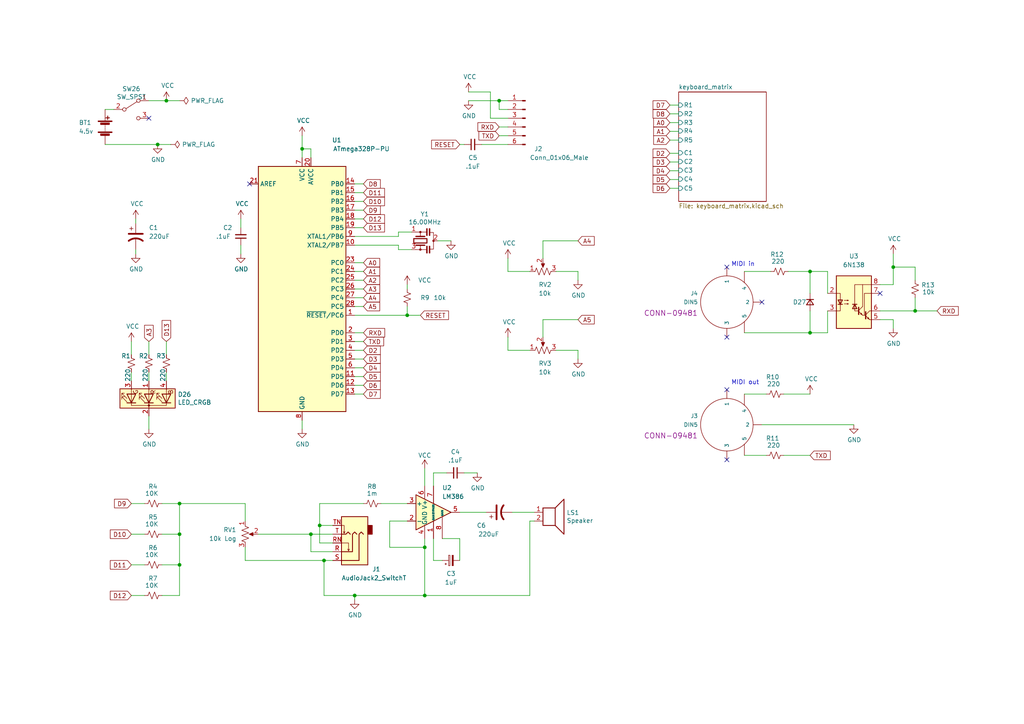
<source format=kicad_sch>
(kicad_sch (version 20250114) (generator "eeschema") (generator_version "9.0")
  (paper "A4")
  (title_block (title "SCOUT") (date "2022-03-20") (rev "2 proof A"))
  (lib_symbols
    (symbol "Amplifier_Audio:LM386" (pin_names (offset 0.127))
      (property "Reference" "U" (at 1.27 7.62 0))
      (property "Value" "LM386" (at 1.27 5.08 0))
      (symbol "LM386_0_1"
        (polyline (pts (xy 5.08 0) (xy -5.08 5.08) (xy -5.08 -5.08) (xy 5.08 0)) (stroke (width 0.254)) (fill (type background)))
      )
      (symbol "LM386_1_1"
        (pin input line (at -7.62 2.54 0) (length 2.54) (name "+") (number "3"))
        (pin input line (at -7.62 -2.54 0) (length 2.54) (name "-") (number "2"))
        (pin power_in line (at -2.54 7.62 270) (length 3.81) (name "V+") (number "6"))
        (pin power_in line (at -2.54 -7.62 90) (length 3.81) (name "GND") (number "4"))
        (pin input line (at 0 7.62 270) (length 5.08) (name "BYPASS") (number "7"))
        (pin input line (at 0 -7.62 90) (length 5.08) (name "GAIN") (number "1"))
        (pin input line (at 2.54 -7.62 90) (length 6.35) (name "GAIN") (number "8"))
        (pin output line (at 7.62 0 180) (length 2.54) (name "~") (number "5"))
      )
    )
    (symbol "Connector:AudioJack3_SwitchTR"
      (property "Reference" "J" (at 0 8.89 0))
      (property "Value" "AudioJack3_SwitchTR" (at 0 6.35 0))
      (symbol "AudioJack3_SwitchTR_0_1"
        (rectangle (start -5.08 -5.08) (end -6.35 -7.62) (stroke (width 0.254)) (fill (type outline)))
        (polyline (pts (xy -1.905 -5.08) (xy -1.27 -5.715) (xy -0.635 -5.08) (xy -0.635 0) (xy 2.54 0)) (stroke (width 0.254)))
        (polyline (pts (xy 0 -5.08) (xy 0.635 -5.715) (xy 1.27 -5.08) (xy 2.54 -5.08)) (stroke (width 0.254)))
        (polyline (pts (xy 0.508 -0.254) (xy 0.762 -0.762)))
        (polyline (pts (xy 1.778 -5.334) (xy 2.032 -5.842)))
        (rectangle (start 2.54 3.81) (end -5.08 -10.16) (stroke (width 0.254)) (fill (type background)))
        (polyline (pts (xy 2.54 2.54) (xy -2.54 2.54) (xy -2.54 -5.08) (xy -3.175 -5.715) (xy -3.81 -5.08)) (stroke (width 0.254)))
        (polyline (pts (xy 2.54 -2.54) (xy 0.508 -2.54) (xy 0.508 -0.254) (xy 0.254 -0.762)))
        (polyline (pts (xy 2.54 -7.62) (xy 1.778 -7.62) (xy 1.778 -5.334) (xy 1.524 -5.842)))
      )
      (symbol "AudioJack3_SwitchTR_1_1"
        (pin passive line (at 5.08 2.54 180) (length 2.54) (name "~") (number "S"))
        (pin passive line (at 5.08 0 180) (length 2.54) (name "~") (number "R"))
        (pin passive line (at 5.08 -2.54 180) (length 2.54) (name "~") (number "RN"))
        (pin passive line (at 5.08 -5.08 180) (length 2.54) (name "~") (number "T"))
        (pin passive line (at 5.08 -7.62 180) (length 2.54) (name "~") (number "TN"))
      )
    )
    (symbol "Connector:Conn_01x06_Male" (pin_names (offset 1.016) (hide yes))
      (property "Reference" "J" (at 0 7.62 0))
      (property "Value" "Conn_01x06_Male" (at 0 -10.16 0))
      (symbol "Conn_01x06_Male_1_1"
        (rectangle (start 0.8636 5.207) (end 0 4.953) (stroke (width 0.1524)) (fill (type outline)))
        (rectangle (start 0.8636 2.667) (end 0 2.413) (stroke (width 0.1524)) (fill (type outline)))
        (rectangle (start 0.8636 0.127) (end 0 -0.127) (stroke (width 0.1524)) (fill (type outline)))
        (rectangle (start 0.8636 -2.413) (end 0 -2.667) (stroke (width 0.1524)) (fill (type outline)))
        (rectangle (start 0.8636 -4.953) (end 0 -5.207) (stroke (width 0.1524)) (fill (type outline)))
        (rectangle (start 0.8636 -7.493) (end 0 -7.747) (stroke (width 0.1524)) (fill (type outline)))
        (polyline (pts (xy 1.27 5.08) (xy 0.8636 5.08)) (stroke (width 0.1524)))
        (polyline (pts (xy 1.27 2.54) (xy 0.8636 2.54)) (stroke (width 0.1524)))
        (polyline (pts (xy 1.27 0) (xy 0.8636 0)) (stroke (width 0.1524)))
        (polyline (pts (xy 1.27 -2.54) (xy 0.8636 -2.54)) (stroke (width 0.1524)))
        (polyline (pts (xy 1.27 -5.08) (xy 0.8636 -5.08)) (stroke (width 0.1524)))
        (polyline (pts (xy 1.27 -7.62) (xy 0.8636 -7.62)) (stroke (width 0.1524)))
        (pin passive line (at 5.08 5.08 180) (length 3.81) (name "Pin_1") (number "1"))
        (pin passive line (at 5.08 2.54 180) (length 3.81) (name "Pin_2") (number "2"))
        (pin passive line (at 5.08 0 180) (length 3.81) (name "Pin_3") (number "3"))
        (pin passive line (at 5.08 -2.54 180) (length 3.81) (name "Pin_4") (number "4"))
        (pin passive line (at 5.08 -5.08 180) (length 3.81) (name "Pin_5") (number "5"))
        (pin passive line (at 5.08 -7.62 180) (length 3.81) (name "Pin_6") (number "6"))
      )
    )
    (symbol "Device:Battery" (pin_numbers (hide yes)) (pin_names (offset 0) (hide yes))
      (property "Reference" "BT" (at 2.54 2.54 0))
      (property "Value" "Battery" (at 2.54 0 0))
      (symbol "Battery_0_1"
        (rectangle (start -2.032 1.778) (end 2.032 1.524) (fill (type outline)))
        (rectangle (start -2.032 -1.397) (end 2.032 -1.651) (fill (type outline)))
        (rectangle (start -1.3208 1.1938) (end 1.27 0.6858) (fill (type outline)))
        (rectangle (start -1.3208 -1.9812) (end 1.27 -2.4892) (fill (type outline)))
        (polyline (pts (xy 0 1.778) (xy 0 2.54)))
        (polyline (pts (xy 0 0.508) (xy 0 0.762)))
        (polyline (pts (xy 0 0) (xy 0 0.254)))
        (polyline (pts (xy 0 -0.508) (xy 0 -0.254)))
        (polyline (pts (xy 0 -1.016) (xy 0 -0.762)))
        (polyline (pts (xy 0 -1.524) (xy 0 -1.27)))
        (polyline (pts (xy 0.254 2.667) (xy 1.27 2.667)) (stroke (width 0.254)))
        (polyline (pts (xy 0.762 3.175) (xy 0.762 2.159)) (stroke (width 0.254)))
      )
      (symbol "Battery_1_1"
        (pin passive line (at 0 5.08 270) (length 2.54) (name "+") (number "1"))
        (pin passive line (at 0 -5.08 90) (length 2.54) (name "-") (number "2"))
      )
    )
    (symbol "Device:CP1" (pin_numbers (hide yes)) (pin_names (offset 0.254) (hide yes))
      (property "Reference" "C" (at 0.635 2.54 0))
      (property "Value" "Device_CP1" (at 0.635 -2.54 0))
      (symbol "CP1_0_1"
        (polyline (pts (xy -2.032 0.762) (xy 2.032 0.762)) (stroke (width 0.508)))
        (polyline (pts (xy -1.778 2.286) (xy -0.762 2.286)))
        (polyline (pts (xy -1.27 1.778) (xy -1.27 2.794)))
        (arc (start -2.032 -1.27) (mid 0 -0.5572) (end 2.032 -1.27) (stroke (width 0.508)))
      )
      (symbol "CP1_1_1"
        (pin passive line (at 0 3.81 270) (length 2.794) (name "~") (number "1"))
        (pin passive line (at 0 -3.81 90) (length 3.302) (name "~") (number "2"))
      )
    )
    (symbol "Device:CP_Small" (pin_numbers (hide yes)) (pin_names (offset 0.254) (hide yes))
      (property "Reference" "C" (at 0.254 1.778 0))
      (property "Value" "Device_CP_Small" (at 0.254 -2.032 0))
      (symbol "CP_Small_0_1"
        (rectangle (start -1.524 0.6858) (end 1.524 0.3048))
        (rectangle (start -1.524 -0.3048) (end 1.524 -0.6858) (fill (type outline)))
        (polyline (pts (xy -1.27 1.524) (xy -0.762 1.524)))
        (polyline (pts (xy -1.016 1.27) (xy -1.016 1.778)))
      )
      (symbol "CP_Small_1_1"
        (pin passive line (at 0 2.54 270) (length 1.8542) (name "~") (number "1"))
        (pin passive line (at 0 -2.54 90) (length 1.8542) (name "~") (number "2"))
      )
    )
    (symbol "Device:C_Small" (pin_numbers (hide yes)) (pin_names (offset 0.254) (hide yes))
      (property "Reference" "C" (at 0.254 1.778 0))
      (property "Value" "C_Small" (at 0.254 -2.032 0))
      (symbol "C_Small_0_1"
        (polyline (pts (xy -1.524 0.508) (xy 1.524 0.508)) (stroke (width 0.3048)))
        (polyline (pts (xy -1.524 -0.508) (xy 1.524 -0.508)) (stroke (width 0.3302)))
      )
      (symbol "C_Small_1_1"
        (pin passive line (at 0 2.54 270) (length 2.032) (name "~") (number "1"))
        (pin passive line (at 0 -2.54 90) (length 2.032) (name "~") (number "2"))
      )
    )
    (symbol "Device:D_Small" (pin_numbers (hide yes)) (pin_names (offset 0.254) (hide yes))
      (property "Reference" "D" (at -1.27 2.032 0))
      (property "Value" "D_Small" (at -3.81 -2.032 0))
      (symbol "D_Small_0_1"
        (polyline (pts (xy -0.762 0) (xy 0.762 0)))
        (polyline (pts (xy -0.762 -1.016) (xy -0.762 1.016)) (stroke (width 0.254)))
        (polyline (pts (xy 0.762 -1.016) (xy -0.762 0) (xy 0.762 1.016) (xy 0.762 -1.016)) (stroke (width 0.254)))
      )
      (symbol "D_Small_1_1"
        (pin passive line (at -2.54 0 0) (length 1.778) (name "K") (number "1"))
        (pin passive line (at 2.54 0 180) (length 1.778) (name "A") (number "2"))
      )
    )
    (symbol "Device:LED_CRGB" (pin_names (offset 0) (hide yes))
      (property "Reference" "D" (at 0 9.398 0))
      (property "Value" "Device_LED_CRGB" (at 0 -8.89 0))
      (symbol "LED_CRGB_0_0"
        (text "G" (at 1.905 3.81 0) (effects (font (size 1.27 1.27))))
        (text "R" (at 1.905 -1.27 0) (effects (font (size 1.27 1.27))))
        (text "B" (at 1.905 -6.35 0) (effects (font (size 1.27 1.27))))
      )
      (symbol "LED_CRGB_0_1"
        (circle (center -2.032 0) (radius 0.254) (fill (type outline)))
        (polyline (pts (xy -1.27 6.35) (xy -1.27 3.81)) (stroke (width 0.254)))
        (polyline (pts (xy -1.27 6.35) (xy -1.27 3.81) (xy -1.27 3.81)))
        (polyline (pts (xy -1.27 5.08) (xy 1.27 5.08)))
        (polyline (pts (xy -1.27 5.08) (xy -2.032 5.08) (xy -2.032 -5.08) (xy -1.016 -5.08)))
        (polyline (pts (xy -1.27 1.27) (xy -1.27 -1.27)) (stroke (width 0.254)))
        (polyline (pts (xy -1.27 1.27) (xy -1.27 -1.27) (xy -1.27 -1.27)))
        (polyline (pts (xy -1.27 0) (xy -2.54 0)))
        (polyline (pts (xy -1.27 -3.81) (xy -1.27 -6.35)) (stroke (width 0.254)))
        (polyline (pts (xy -1.27 -5.08) (xy 1.27 -5.08)))
        (polyline (pts (xy -1.016 6.35) (xy 0.508 7.874) (xy -0.254 7.874) (xy 0.508 7.874) (xy 0.508 7.112)))
        (polyline (pts (xy -1.016 1.27) (xy 0.508 2.794) (xy -0.254 2.794) (xy 0.508 2.794) (xy 0.508 2.032)))
        (polyline (pts (xy -1.016 -3.81) (xy 0.508 -2.286) (xy -0.254 -2.286) (xy 0.508 -2.286) (xy 0.508 -3.048)))
        (polyline (pts (xy 0 6.35) (xy 1.524 7.874) (xy 0.762 7.874) (xy 1.524 7.874) (xy 1.524 7.112)))
        (polyline (pts (xy 0 1.27) (xy 1.524 2.794) (xy 0.762 2.794) (xy 1.524 2.794) (xy 1.524 2.032)))
        (polyline (pts (xy 0 -3.81) (xy 1.524 -2.286) (xy 0.762 -2.286) (xy 1.524 -2.286) (xy 1.524 -3.048)))
        (polyline (pts (xy 1.27 6.35) (xy 1.27 3.81) (xy -1.27 5.08) (xy 1.27 6.35)) (stroke (width 0.254)))
        (rectangle (start 1.27 6.35) (end 1.27 6.35))
        (polyline (pts (xy 1.27 5.08) (xy 2.54 5.08)))
        (rectangle (start 1.27 3.81) (end 1.27 6.35))
        (polyline (pts (xy 1.27 1.27) (xy 1.27 -1.27) (xy -1.27 0) (xy 1.27 1.27)) (stroke (width 0.254)))
        (rectangle (start 1.27 1.27) (end 1.27 1.27))
        (polyline (pts (xy 1.27 0) (xy -1.27 0)))
        (polyline (pts (xy 1.27 0) (xy 2.54 0)))
        (rectangle (start 1.27 -1.27) (end 1.27 1.27))
        (polyline (pts (xy 1.27 -3.81) (xy 1.27 -6.35) (xy -1.27 -5.08) (xy 1.27 -3.81)) (stroke (width 0.254)))
        (polyline (pts (xy 1.27 -5.08) (xy 2.54 -5.08)))
        (rectangle (start 2.794 8.382) (end -2.794 -7.62) (stroke (width 0.254)) (fill (type background)))
      )
      (symbol "LED_CRGB_1_1"
        (pin passive line (at -5.08 0 0) (length 2.54) (name "K") (number "2"))
        (pin passive line (at 5.08 5.08 180) (length 2.54) (name "RA") (number "3"))
        (pin passive line (at 5.08 0 180) (length 2.54) (name "GA") (number "1"))
        (pin passive line (at 5.08 -5.08 180) (length 2.54) (name "BA") (number "4"))
      )
    )
    (symbol "Device:R_POT_US" (pin_names (offset 1.016) (hide yes))
      (property "Reference" "RV" (at -4.445 0 90))
      (property "Value" "Device_R_POT_US" (at -2.54 0 90))
      (symbol "R_POT_US_0_1"
        (polyline (pts (xy 0 2.54) (xy 0 2.286)))
        (polyline (pts (xy 0 2.286) (xy 1.016 1.905) (xy 0 1.524) (xy -1.016 1.143) (xy 0 0.762)))
        (polyline (pts (xy 0 0.762) (xy 1.016 0.381) (xy 0 0) (xy -1.016 -0.381) (xy 0 -0.762)))
        (polyline (pts (xy 0 -0.762) (xy 1.016 -1.143) (xy 0 -1.524) (xy -1.016 -1.905) (xy 0 -2.286)))
        (polyline (pts (xy 0 -2.286) (xy 0 -2.54)))
        (polyline (pts (xy 1.143 0) (xy 2.286 0.508) (xy 2.286 -0.508) (xy 1.143 0)) (fill (type outline)))
        (polyline (pts (xy 2.54 0) (xy 1.524 0)))
      )
      (symbol "R_POT_US_1_1"
        (pin passive line (at 0 3.81 270) (length 1.27) (name "1") (number "1"))
        (pin passive line (at 0 -3.81 90) (length 1.27) (name "3") (number "3"))
        (pin passive line (at 3.81 0 180) (length 1.27) (name "2") (number "2"))
      )
    )
    (symbol "Device:R_Small_US" (pin_numbers (hide yes)) (pin_names (offset 0.254) (hide yes))
      (property "Reference" "R" (at 0.762 0.508 0))
      (property "Value" "R_Small_US" (at 0.762 -1.016 0))
      (symbol "R_Small_US_1_1"
        (polyline (pts (xy 0 1.524) (xy 1.016 1.143) (xy 0 0.762) (xy -1.016 0.381) (xy 0 0)))
        (polyline (pts (xy 0 0) (xy 1.016 -0.381) (xy 0 -0.762) (xy -1.016 -1.143) (xy 0 -1.524)))
        (pin passive line (at 0 2.54 270) (length 1.016) (name "~") (number "1"))
        (pin passive line (at 0 -2.54 90) (length 1.016) (name "~") (number "2"))
      )
    )
    (symbol "Device:Resonator_Small" (pin_names (offset 1.016) (hide yes))
      (property "Reference" "Y" (at 3.175 1.905 0))
      (property "Value" "Resonator_Small" (at 3.175 0 0))
      (symbol "Resonator_Small_0_1"
        (rectangle (start -3.556 -1.778) (end -1.524 -2.032) (fill (type outline)))
        (rectangle (start -3.556 -2.54) (end -1.524 -2.794) (fill (type outline)))
        (polyline (pts (xy -2.54 1.27) (xy -2.54 0)))
        (circle (center -2.54 0) (radius 0.254) (fill (type outline)))
        (polyline (pts (xy -2.54 0) (xy -1.397 0)))
        (polyline (pts (xy -2.54 -1.778) (xy -2.54 0)))
        (polyline (pts (xy -1.27 -1.27) (xy -1.27 1.27)) (stroke (width 0.381)))
        (rectangle (start -0.635 1.905) (end 0.635 -1.905) (stroke (width 0.3048)))
        (circle (center 0 -3.81) (radius 0.254) (fill (type outline)))
        (polyline (pts (xy 1.27 0) (xy 2.54 0)))
        (polyline (pts (xy 1.27 -1.27) (xy 1.27 1.27)) (stroke (width 0.381)))
        (rectangle (start 1.524 -1.778) (end 3.556 -2.032) (fill (type outline)))
        (rectangle (start 1.524 -2.54) (end 3.556 -2.794) (fill (type outline)))
        (polyline (pts (xy 2.413 -2.794) (xy 2.413 -3.81) (xy -2.413 -3.81) (xy -2.413 -2.667)))
        (polyline (pts (xy 2.54 1.27) (xy 2.54 0)))
        (polyline (pts (xy 2.54 0) (xy 2.54 -1.778)))
        (circle (center 2.54 0) (radius 0.254) (fill (type outline)))
      )
      (symbol "Resonator_Small_1_1"
        (pin passive line (at -2.54 2.54 270) (length 1.27) (name "1") (number "1"))
        (pin passive line (at 0 -5.08 90) (length 1.27) (name "2") (number "2"))
        (pin passive line (at 2.54 2.54 270) (length 1.27) (name "3") (number "3"))
      )
    )
    (symbol "Device:Speaker" (pin_names (offset 0) (hide yes))
      (property "Reference" "LS" (at 1.27 5.715 0))
      (property "Value" "Speaker" (at 1.27 3.81 0))
      (symbol "Speaker_0_0"
        (rectangle (start -2.54 1.27) (end 1.016 -3.81) (stroke (width 0.254)))
        (polyline (pts (xy 1.016 1.27) (xy 3.556 3.81) (xy 3.556 -6.35) (xy 1.016 -3.81)) (stroke (width 0.254)))
      )
      (symbol "Speaker_1_1"
        (pin input line (at -5.08 0 0) (length 2.54) (name "1") (number "1"))
        (pin input line (at -5.08 -2.54 0) (length 2.54) (name "2") (number "2"))
      )
    )
    (symbol "Isolator:6N138" (pin_names (offset 1.016) (hide yes))
      (property "Reference" "U" (at -4.064 8.89 0))
      (property "Value" "6N138" (at 2.286 8.89 0))
      (symbol "6N138_0_1"
        (rectangle (start -5.08 7.62) (end 5.08 -7.62) (stroke (width 0.254)) (fill (type background)))
        (polyline (pts (xy -5.08 -2.54) (xy -3.937 -2.54) (xy -3.937 2.54) (xy -5.08 2.54)))
        (polyline (pts (xy -4.572 -0.635) (xy -3.302 -0.635)) (stroke (width 0.254)))
        (polyline (pts (xy -3.937 -0.635) (xy -4.572 0.635) (xy -3.302 0.635) (xy -3.937 -0.635)) (stroke (width 0.254)))
        (polyline (pts (xy -2.794 0.508) (xy -1.524 0.508) (xy -1.905 0.381) (xy -1.905 0.635) (xy -1.524 0.508)))
        (polyline (pts (xy -2.794 -0.508) (xy -1.524 -0.508) (xy -1.905 -0.635) (xy -1.905 -0.381) (xy -1.524 -0.508)))
        (polyline (pts (xy 0.254 -0.635) (xy 0.889 -1.905) (xy -0.381 -1.905) (xy 0.254 -0.635)) (stroke (width 0.254)))
        (polyline (pts (xy 0.889 -0.635) (xy -0.381 -0.635)) (stroke (width 0.254)))
        (polyline (pts (xy 1.27 -2.54) (xy 0.254 -2.54) (xy 0.254 5.08) (xy 2.54 5.08)))
        (polyline (pts (xy 1.397 -1.524) (xy 1.397 -3.556) (xy 1.397 -3.556)) (stroke (width 0.3556)))
        (polyline (pts (xy 1.397 -2.413) (xy 2.54 -1.27)))
        (polyline (pts (xy 1.397 -2.667) (xy 2.54 -3.81)))
        (polyline (pts (xy 2.413 -3.683) (xy 2.159 -3.175) (xy 1.905 -3.429) (xy 2.413 -3.683)))
        (polyline (pts (xy 2.54 -1.27) (xy 2.54 5.08) (xy 5.08 5.08)))
        (polyline (pts (xy 2.54 -3.81) (xy 3.175 -3.81)))
        (polyline (pts (xy 3.429 -2.794) (xy 3.429 -4.826) (xy 3.429 -4.826)) (stroke (width 0.3556)))
        (polyline (pts (xy 3.429 -3.683) (xy 4.572 -2.54)))
        (polyline (pts (xy 3.429 -3.937) (xy 4.572 -5.08)))
        (polyline (pts (xy 4.445 -4.953) (xy 4.191 -4.445) (xy 3.937 -4.699) (xy 4.445 -4.953)))
        (polyline (pts (xy 4.572 -2.54) (xy 5.08 -2.54)))
        (polyline (pts (xy 4.572 -5.08) (xy 5.08 -5.08)))
        (polyline (pts (xy 5.08 2.54) (xy 3.048 2.54) (xy 3.048 -3.81)))
      )
      (symbol "6N138_1_1"
        (pin passive line (at -7.62 2.54 0) (length 2.54) (name "C1") (number "2"))
        (pin passive line (at -7.62 -2.54 0) (length 2.54) (name "C2") (number "3"))
        (pin no_connect line (at -5.08 5.08 0) (length 2.54) (hide yes) (name "NC") (number "1"))
        (pin no_connect line (at -5.08 -5.08 0) (length 2.54) (hide yes) (name "NC") (number "4"))
        (pin passive line (at 7.62 5.08 180) (length 2.54) (name "VCC") (number "8"))
        (pin passive line (at 7.62 2.54 180) (length 2.54) (name "VO1") (number "7"))
        (pin passive line (at 7.62 -2.54 180) (length 2.54) (name "VO2") (number "6"))
        (pin passive line (at 7.62 -5.08 180) (length 2.54) (name "GND") (number "5"))
      )
    )
    (symbol "MCU_Microchip_ATmega:ATmega328P-PU"
      (property "Reference" "U" (at -12.7 36.83 0))
      (property "Value" "MCU_Microchip_ATmega_ATmega328P-PU" (at 2.54 -36.83 0))
      (symbol "ATmega328P-PU_0_1"
        (rectangle (start -12.7 -35.56) (end 12.7 35.56) (stroke (width 0.254)) (fill (type background)))
      )
      (symbol "ATmega328P-PU_1_1"
        (pin passive line (at -15.24 30.48 0) (length 2.54) (name "AREF") (number "21"))
        (pin power_in line (at 0 38.1 270) (length 2.54) (name "VCC") (number "7"))
        (pin passive line (at 0 -38.1 90) (length 2.54) (hide yes) (name "GND") (number "22"))
        (pin power_in line (at 0 -38.1 90) (length 2.54) (name "GND") (number "8"))
        (pin power_in line (at 2.54 38.1 270) (length 2.54) (name "AVCC") (number "20"))
        (pin bidirectional line (at 15.24 30.48 180) (length 2.54) (name "PB0") (number "14"))
        (pin bidirectional line (at 15.24 27.94 180) (length 2.54) (name "PB1") (number "15"))
        (pin bidirectional line (at 15.24 25.4 180) (length 2.54) (name "PB2") (number "16"))
        (pin bidirectional line (at 15.24 22.86 180) (length 2.54) (name "PB3") (number "17"))
        (pin bidirectional line (at 15.24 20.32 180) (length 2.54) (name "PB4") (number "18"))
        (pin bidirectional line (at 15.24 17.78 180) (length 2.54) (name "PB5") (number "19"))
        (pin bidirectional line (at 15.24 15.24 180) (length 2.54) (name "XTAL1/PB6") (number "9"))
        (pin bidirectional line (at 15.24 12.7 180) (length 2.54) (name "XTAL2/PB7") (number "10"))
        (pin bidirectional line (at 15.24 7.62 180) (length 2.54) (name "PC0") (number "23"))
        (pin bidirectional line (at 15.24 5.08 180) (length 2.54) (name "PC1") (number "24"))
        (pin bidirectional line (at 15.24 2.54 180) (length 2.54) (name "PC2") (number "25"))
        (pin bidirectional line (at 15.24 0 180) (length 2.54) (name "PC3") (number "26"))
        (pin bidirectional line (at 15.24 -2.54 180) (length 2.54) (name "PC4") (number "27"))
        (pin bidirectional line (at 15.24 -5.08 180) (length 2.54) (name "PC5") (number "28"))
        (pin bidirectional line (at 15.24 -7.62 180) (length 2.54) (name "~{RESET}/PC6") (number "1"))
        (pin bidirectional line (at 15.24 -12.7 180) (length 2.54) (name "PD0") (number "2"))
        (pin bidirectional line (at 15.24 -15.24 180) (length 2.54) (name "PD1") (number "3"))
        (pin bidirectional line (at 15.24 -17.78 180) (length 2.54) (name "PD2") (number "4"))
        (pin bidirectional line (at 15.24 -20.32 180) (length 2.54) (name "PD3") (number "5"))
        (pin bidirectional line (at 15.24 -22.86 180) (length 2.54) (name "PD4") (number "6"))
        (pin bidirectional line (at 15.24 -25.4 180) (length 2.54) (name "PD5") (number "11"))
        (pin bidirectional line (at 15.24 -27.94 180) (length 2.54) (name "PD6") (number "12"))
        (pin bidirectional line (at 15.24 -30.48 180) (length 2.54) (name "PD7") (number "13"))
      )
    )
    (symbol "SparkFun-Connectors:DIN5" (pin_numbers (hide yes)) (pin_names (offset 1.016))
      (property "Reference" "J" (at 1.27 8.89 0))
      (property "Value" "DIN5" (at 1.27 -10.16 0))
      (property "Field4" "CONN-09481" (at 0 13.97 0))
      (symbol "DIN5_1_1"
        (circle (center 0 0) (radius 7.62))
        (pin bidirectional line (at -10.16 0 0) (length 2.54) (name "3") (number "3"))
        (pin bidirectional line (at -8.89 5.08 0) (length 3.2512) (name "5") (number "5"))
        (pin bidirectional line (at 0 10.16 270) (length 2.54) (name "2") (number "2"))
        (pin bidirectional line (at 8.89 5.08 180) (length 3.2512) (name "4") (number "4"))
        (pin bidirectional line (at 10.16 0 180) (length 2.54) (name "1") (number "1"))
      )
    )
    (symbol "Switch:SW_SPDT" (pin_names (offset 0) (hide yes))
      (property "Reference" "SW" (at 0 4.318 0))
      (property "Value" "SW_SPDT" (at 0 -5.08 0))
      (symbol "SW_SPDT_0_0"
        (circle (center -2.032 0) (radius 0.508))
        (circle (center 2.032 -2.54) (radius 0.508))
      )
      (symbol "SW_SPDT_0_1"
        (polyline (pts (xy -1.524 0.254) (xy 1.651 2.286)))
        (circle (center 2.032 2.54) (radius 0.508))
      )
      (symbol "SW_SPDT_1_1"
        (pin passive line (at -5.08 0 0) (length 2.54) (name "B") (number "2"))
        (pin passive line (at 5.08 2.54 180) (length 2.54) (name "A") (number "1"))
        (pin passive line (at 5.08 -2.54 180) (length 2.54) (name "C") (number "3"))
      )
    )
    (symbol "power:GND" (power) (pin_names (offset 0))
      (property "Value" "GND" (at 0 -3.81 0))
      (symbol "GND_0_1"
        (polyline (pts (xy 0 0) (xy 0 -1.27) (xy 1.27 -1.27) (xy 0 -2.54) (xy -1.27 -1.27) (xy 0 -1.27)))
      )
      (symbol "GND_1_1"
        (pin power_in line (at 0 0 270) (length 0) (hide yes) (name "GND") (number "1"))
      )
    )
    (symbol "power:PWR_FLAG" (power) (pin_numbers (hide yes)) (pin_names (offset 0) (hide yes))
      (property "Value" "PWR_FLAG" (at 0 3.81 0))
      (symbol "PWR_FLAG_0_0"
        (pin power_out line (at 0 0 90) (length 0) (name "pwr") (number "1"))
      )
      (symbol "PWR_FLAG_0_1"
        (polyline (pts (xy 0 0) (xy 0 1.27) (xy -1.016 1.905) (xy 0 2.54) (xy 1.016 1.905) (xy 0 1.27)))
      )
    )
    (symbol "power:VCC" (power) (pin_names (offset 0))
      (property "Value" "VCC" (at 0 3.81 0))
      (symbol "VCC_0_1"
        (polyline (pts (xy -0.762 1.27) (xy 0 2.54)))
        (polyline (pts (xy 0 2.54) (xy 0.762 1.27)))
        (polyline (pts (xy 0 0) (xy 0 2.54)))
      )
      (symbol "VCC_1_1"
        (pin power_in line (at 0 0 90) (length 0) (hide yes) (name "VCC") (number "1"))
      )
    )
  )
  (text "MIDI in" (at 212.09 77.47 0) (effects (font (size 1.27 1.27)) (justify left bottom)))
  (text "MIDI out" (at 212.09 111.76 0) (effects (font (size 1.27 1.27)) (justify left bottom)))
  (junction (at 92.71 152.4))
  (junction (at 90.17 154.94))
  (junction (at 144.78 29.21))
  (junction (at 123.19 172.72))
  (junction (at 48.26 29.21))
  (junction (at 52.07 154.94))
  (junction (at 123.19 158.75))
  (junction (at 265.43 90.17))
  (junction (at 259.08 77.47))
  (junction (at 93.98 162.56))
  (junction (at 87.63 43.18))
  (junction (at 118.11 91.44))
  (junction (at 234.95 78.74))
  (junction (at 45.72 41.91))
  (junction (at 234.95 96.52))
  (junction (at 102.87 172.72))
  (junction (at 52.07 146.05))
  (junction (at 52.07 163.83))
  (no_connect (at 43.18 34.29))
  (no_connect (at 210.82 133.35))
  (no_connect (at 72.39 53.34))
  (no_connect (at 255.27 85.09))
  (no_connect (at 210.82 113.03))
  (no_connect (at 210.82 77.47))
  (no_connect (at 220.98 87.63))
  (no_connect (at 210.82 97.79))
  (wire (pts (xy 259.08 77.47) (xy 265.43 77.47)))
  (wire (pts (xy 105.41 83.82) (xy 102.87 83.82)))
  (wire (pts (xy 105.41 88.9) (xy 102.87 88.9)))
  (wire (pts (xy 92.71 157.48) (xy 92.71 152.4)))
  (wire (pts (xy 194.31 38.1) (xy 196.85 38.1)))
  (wire (pts (xy 52.07 163.83) (xy 52.07 172.72)))
  (wire (pts (xy 118.11 151.13) (xy 113.03 151.13)))
  (wire (pts (xy 96.52 162.56) (xy 93.98 162.56)))
  (wire (pts (xy 255.27 82.55) (xy 259.08 82.55)))
  (wire (pts (xy 227.33 132.08) (xy 234.95 132.08)))
  (wire (pts (xy 147.32 101.6) (xy 153.67 101.6)))
  (wire (pts (xy 38.1 154.94) (xy 41.91 154.94)))
  (wire (pts (xy 49.53 41.91) (xy 45.72 41.91)))
  (wire (pts (xy 39.37 72.39) (xy 39.37 73.66)))
  (wire (pts (xy 38.1 146.05) (xy 41.91 146.05)))
  (wire (pts (xy 153.67 151.13) (xy 153.67 172.72)))
  (wire (pts (xy 46.99 172.72) (xy 52.07 172.72)))
  (wire (pts (xy 125.73 162.56) (xy 125.73 156.21)))
  (wire (pts (xy 125.73 137.16) (xy 125.73 140.97)))
  (wire (pts (xy 167.64 69.85) (xy 157.48 69.85)))
  (wire (pts (xy 144.78 29.21) (xy 135.89 29.21)))
  (wire (pts (xy 134.62 137.16) (xy 138.43 137.16)))
  (wire (pts (xy 194.31 35.56) (xy 196.85 35.56)))
  (wire (pts (xy 161.29 78.74) (xy 167.64 78.74)))
  (wire (pts (xy 135.89 26.67) (xy 142.24 26.67)))
  (wire (pts (xy 133.35 156.21) (xy 133.35 162.56)))
  (wire (pts (xy 38.1 107.95) (xy 38.1 110.49)))
  (wire (pts (xy 234.95 78.74) (xy 234.95 85.09)))
  (wire (pts (xy 123.19 156.21) (xy 123.19 158.75)))
  (wire (pts (xy 102.87 53.34) (xy 105.41 53.34)))
  (wire (pts (xy 215.9 132.08) (xy 222.25 132.08)))
  (wire (pts (xy 265.43 77.47) (xy 265.43 81.28)))
  (wire (pts (xy 255.27 92.71) (xy 259.08 92.71)))
  (wire (pts (xy 96.52 152.4) (xy 92.71 152.4)))
  (wire (pts (xy 113.03 151.13) (xy 113.03 158.75)))
  (wire (pts (xy 46.99 146.05) (xy 52.07 146.05)))
  (wire (pts (xy 115.57 71.12) (xy 115.57 72.39)))
  (wire (pts (xy 118.11 91.44) (xy 121.92 91.44)))
  (wire (pts (xy 265.43 86.36) (xy 265.43 90.17)))
  (wire (pts (xy 215.9 96.52) (xy 234.95 96.52)))
  (wire (pts (xy 102.87 104.14) (xy 105.41 104.14)))
  (wire (pts (xy 48.26 99.06) (xy 48.26 102.87)))
  (wire (pts (xy 102.87 81.28) (xy 105.41 81.28)))
  (wire (pts (xy 105.41 66.04) (xy 102.87 66.04)))
  (wire (pts (xy 115.57 67.31) (xy 115.57 68.58)))
  (wire (pts (xy 87.63 43.18) (xy 87.63 45.72)))
  (wire (pts (xy 110.49 146.05) (xy 118.11 146.05)))
  (wire (pts (xy 33.02 31.75) (xy 30.48 31.75)))
  (wire (pts (xy 147.32 74.93) (xy 147.32 78.74)))
  (wire (pts (xy 154.94 151.13) (xy 153.67 151.13)))
  (wire (pts (xy 90.17 45.72) (xy 90.17 43.18)))
  (wire (pts (xy 259.08 92.71) (xy 259.08 95.25)))
  (wire (pts (xy 52.07 146.05) (xy 52.07 154.94)))
  (wire (pts (xy 234.95 78.74) (xy 240.03 78.74)))
  (wire (pts (xy 52.07 29.21) (xy 48.26 29.21)))
  (wire (pts (xy 128.27 162.56) (xy 125.73 162.56)))
  (wire (pts (xy 139.7 41.91) (xy 147.32 41.91)))
  (wire (pts (xy 194.31 30.48) (xy 196.85 30.48)))
  (wire (pts (xy 69.85 63.5) (xy 69.85 66.04)))
  (wire (pts (xy 69.85 71.12) (xy 69.85 73.66)))
  (wire (pts (xy 128.27 156.21) (xy 133.35 156.21)))
  (wire (pts (xy 102.87 60.96) (xy 105.41 60.96)))
  (wire (pts (xy 161.29 101.6) (xy 167.64 101.6)))
  (wire (pts (xy 102.87 86.36) (xy 105.41 86.36)))
  (wire (pts (xy 240.03 78.74) (xy 240.03 85.09)))
  (wire (pts (xy 129.54 137.16) (xy 125.73 137.16)))
  (wire (pts (xy 194.31 52.07) (xy 196.85 52.07)))
  (wire (pts (xy 71.12 158.75) (xy 71.12 162.56)))
  (wire (pts (xy 194.31 46.99) (xy 196.85 46.99)))
  (wire (pts (xy 157.48 69.85) (xy 157.48 74.93)))
  (wire (pts (xy 48.26 107.95) (xy 48.26 110.49)))
  (wire (pts (xy 142.24 34.29) (xy 142.24 26.67)))
  (wire (pts (xy 105.41 55.88) (xy 102.87 55.88)))
  (wire (pts (xy 265.43 90.17) (xy 271.78 90.17)))
  (wire (pts (xy 227.33 114.3) (xy 234.95 114.3)))
  (wire (pts (xy 153.67 172.72) (xy 123.19 172.72)))
  (wire (pts (xy 167.64 101.6) (xy 167.64 104.14)))
  (wire (pts (xy 167.64 92.71) (xy 157.48 92.71)))
  (wire (pts (xy 140.97 148.59) (xy 133.35 148.59)))
  (wire (pts (xy 102.87 71.12) (xy 115.57 71.12)))
  (wire (pts (xy 102.87 91.44) (xy 118.11 91.44)))
  (wire (pts (xy 43.18 120.65) (xy 43.18 124.46)))
  (wire (pts (xy 102.87 99.06) (xy 105.41 99.06)))
  (wire (pts (xy 144.78 31.75) (xy 144.78 29.21)))
  (wire (pts (xy 123.19 172.72) (xy 102.87 172.72)))
  (wire (pts (xy 144.78 36.83) (xy 147.32 36.83)))
  (wire (pts (xy 90.17 154.94) (xy 96.52 154.94)))
  (wire (pts (xy 194.31 33.02) (xy 196.85 33.02)))
  (wire (pts (xy 105.41 111.76) (xy 102.87 111.76)))
  (wire (pts (xy 90.17 160.02) (xy 90.17 154.94)))
  (wire (pts (xy 115.57 72.39) (xy 119.38 72.39)))
  (wire (pts (xy 234.95 96.52) (xy 240.03 96.52)))
  (wire (pts (xy 123.19 135.89) (xy 123.19 140.97)))
  (wire (pts (xy 147.32 97.79) (xy 147.32 101.6)))
  (wire (pts (xy 147.32 31.75) (xy 144.78 31.75)))
  (wire (pts (xy 93.98 172.72) (xy 102.87 172.72)))
  (wire (pts (xy 147.32 34.29) (xy 142.24 34.29)))
  (wire (pts (xy 92.71 146.05) (xy 105.41 146.05)))
  (wire (pts (xy 43.18 99.06) (xy 43.18 102.87)))
  (wire (pts (xy 102.87 96.52) (xy 105.41 96.52)))
  (wire (pts (xy 144.78 39.37) (xy 147.32 39.37)))
  (wire (pts (xy 255.27 90.17) (xy 265.43 90.17)))
  (wire (pts (xy 102.87 76.2) (xy 105.41 76.2)))
  (wire (pts (xy 102.87 109.22) (xy 105.41 109.22)))
  (wire (pts (xy 102.87 68.58) (xy 115.57 68.58)))
  (wire (pts (xy 102.87 172.72) (xy 102.87 173.99)))
  (wire (pts (xy 194.31 54.61) (xy 196.85 54.61)))
  (wire (pts (xy 147.32 78.74) (xy 153.67 78.74)))
  (wire (pts (xy 87.63 43.18) (xy 90.17 43.18)))
  (wire (pts (xy 157.48 92.71) (xy 157.48 97.79)))
  (wire (pts (xy 87.63 121.92) (xy 87.63 124.46)))
  (wire (pts (xy 102.87 58.42) (xy 105.41 58.42)))
  (wire (pts (xy 38.1 99.06) (xy 38.1 102.87)))
  (wire (pts (xy 39.37 63.5) (xy 39.37 64.77)))
  (wire (pts (xy 220.98 123.19) (xy 247.65 123.19)))
  (wire (pts (xy 96.52 157.48) (xy 92.71 157.48)))
  (wire (pts (xy 240.03 90.17) (xy 240.03 96.52)))
  (wire (pts (xy 102.87 114.3) (xy 105.41 114.3)))
  (wire (pts (xy 92.71 152.4) (xy 92.71 146.05)))
  (wire (pts (xy 259.08 77.47) (xy 259.08 73.66)))
  (wire (pts (xy 52.07 154.94) (xy 52.07 163.83)))
  (wire (pts (xy 46.99 163.83) (xy 52.07 163.83)))
  (wire (pts (xy 234.95 90.17) (xy 234.95 96.52)))
  (wire (pts (xy 194.31 49.53) (xy 196.85 49.53)))
  (wire (pts (xy 119.38 67.31) (xy 115.57 67.31)))
  (wire (pts (xy 194.31 40.64) (xy 196.85 40.64)))
  (wire (pts (xy 215.9 78.74) (xy 223.52 78.74)))
  (wire (pts (xy 228.6 78.74) (xy 234.95 78.74)))
  (wire (pts (xy 105.41 78.74) (xy 102.87 78.74)))
  (wire (pts (xy 46.99 154.94) (xy 52.07 154.94)))
  (wire (pts (xy 43.18 29.21) (xy 48.26 29.21)))
  (wire (pts (xy 71.12 146.05) (xy 71.12 151.13)))
  (wire (pts (xy 118.11 82.55) (xy 118.11 83.82)))
  (wire (pts (xy 105.41 101.6) (xy 102.87 101.6)))
  (wire (pts (xy 93.98 162.56) (xy 93.98 172.72)))
  (wire (pts (xy 147.32 29.21) (xy 144.78 29.21)))
  (wire (pts (xy 87.63 39.37) (xy 87.63 43.18)))
  (wire (pts (xy 105.41 63.5) (xy 102.87 63.5)))
  (wire (pts (xy 96.52 160.02) (xy 90.17 160.02)))
  (wire (pts (xy 215.9 114.3) (xy 222.25 114.3)))
  (wire (pts (xy 123.19 158.75) (xy 123.19 172.72)))
  (wire (pts (xy 45.72 41.91) (xy 30.48 41.91)))
  (wire (pts (xy 167.64 78.74) (xy 167.64 81.28)))
  (wire (pts (xy 38.1 163.83) (xy 41.91 163.83)))
  (wire (pts (xy 194.31 44.45) (xy 196.85 44.45)))
  (wire (pts (xy 113.03 158.75) (xy 123.19 158.75)))
  (wire (pts (xy 118.11 88.9) (xy 118.11 91.44)))
  (wire (pts (xy 259.08 82.55) (xy 259.08 77.47)))
  (wire (pts (xy 74.93 154.94) (xy 90.17 154.94)))
  (wire (pts (xy 93.98 162.56) (xy 71.12 162.56)))
  (wire (pts (xy 52.07 146.05) (xy 71.12 146.05)))
  (wire (pts (xy 148.59 148.59) (xy 154.94 148.59)))
  (wire (pts (xy 133.35 41.91) (xy 134.62 41.91)))
  (wire (pts (xy 38.1 172.72) (xy 41.91 172.72)))
  (wire (pts (xy 43.18 107.95) (xy 43.18 110.49)))
  (wire (pts (xy 105.41 106.68) (xy 102.87 106.68)))
  (wire (pts (xy 130.81 69.85) (xy 127 69.85)))
  (global_label "A5" (shape input) (at 105.41 88.9 0) (property "Intersheetrefs" "${INTERSHEET_REFS}" (effects (hide yes))))
  (global_label "A0" (shape input) (at 105.41 76.2 0) (property "Intersheetrefs" "${INTERSHEET_REFS}" (effects (hide yes))))
  (global_label "A4" (shape input) (at 167.64 69.85 0) (property "Intersheetrefs" "${INTERSHEET_REFS}" (effects (hide yes))))
  (global_label "RESET" (shape input) (at 133.35 41.91 180) (property "Intersheetrefs" "${INTERSHEET_REFS}" (effects (hide yes))))
  (global_label "D11" (shape input) (at 38.1 163.83 180) (property "Intersheetrefs" "${INTERSHEET_REFS}" (effects (hide yes))))
  (global_label "TXD" (shape input) (at 144.78 39.37 180) (property "Intersheetrefs" "${INTERSHEET_REFS}" (effects (hide yes))))
  (global_label "D4" (shape input) (at 105.41 106.68 0) (property "Intersheetrefs" "${INTERSHEET_REFS}" (effects (hide yes))))
  (global_label "A1" (shape input) (at 105.41 78.74 0) (property "Intersheetrefs" "${INTERSHEET_REFS}" (effects (hide yes))))
  (global_label "D8" (shape input) (at 105.41 53.34 0) (property "Intersheetrefs" "${INTERSHEET_REFS}" (effects (hide yes))))
  (global_label "A3" (shape input) (at 105.41 83.82 0) (property "Intersheetrefs" "${INTERSHEET_REFS}" (effects (hide yes))))
  (global_label "D13" (shape input) (at 105.41 66.04 0) (property "Intersheetrefs" "${INTERSHEET_REFS}" (effects (hide yes))))
  (global_label "RXD" (shape input) (at 105.41 96.52 0) (property "Intersheetrefs" "${INTERSHEET_REFS}" (effects (hide yes))))
  (global_label "A1" (shape input) (at 194.31 38.1 180) (property "Intersheetrefs" "${INTERSHEET_REFS}" (effects (hide yes))))
  (global_label "TXD" (shape input) (at 234.95 132.08 0) (property "Intersheetrefs" "${INTERSHEET_REFS}" (effects (hide yes))))
  (global_label "D6" (shape input) (at 105.41 111.76 0) (property "Intersheetrefs" "${INTERSHEET_REFS}" (effects (hide yes))))
  (global_label "D12" (shape input) (at 105.41 63.5 0) (property "Intersheetrefs" "${INTERSHEET_REFS}" (effects (hide yes))))
  (global_label "D2" (shape input) (at 105.41 101.6 0) (property "Intersheetrefs" "${INTERSHEET_REFS}" (effects (hide yes))))
  (global_label "D11" (shape input) (at 105.41 55.88 0) (property "Intersheetrefs" "${INTERSHEET_REFS}" (effects (hide yes))))
  (global_label "A0" (shape input) (at 194.31 35.56 180) (property "Intersheetrefs" "${INTERSHEET_REFS}" (effects (hide yes))))
  (global_label "A3" (shape input) (at 43.18 99.06 90) (property "Intersheetrefs" "${INTERSHEET_REFS}" (effects (hide yes))))
  (global_label "D10" (shape input) (at 105.41 58.42 0) (property "Intersheetrefs" "${INTERSHEET_REFS}" (effects (hide yes))))
  (global_label "D12" (shape input) (at 38.1 172.72 180) (property "Intersheetrefs" "${INTERSHEET_REFS}" (effects (hide yes))))
  (global_label "D3" (shape input) (at 105.41 104.14 0) (property "Intersheetrefs" "${INTERSHEET_REFS}" (effects (hide yes))))
  (global_label "D4" (shape input) (at 194.31 49.53 180) (property "Intersheetrefs" "${INTERSHEET_REFS}" (effects (hide yes))))
  (global_label "D10" (shape input) (at 38.1 154.94 180) (property "Intersheetrefs" "${INTERSHEET_REFS}" (effects (hide yes))))
  (global_label "D7" (shape input) (at 105.41 114.3 0) (property "Intersheetrefs" "${INTERSHEET_REFS}" (effects (hide yes))))
  (global_label "D5" (shape input) (at 194.31 52.07 180) (property "Intersheetrefs" "${INTERSHEET_REFS}" (effects (hide yes))))
  (global_label "D9" (shape input) (at 105.41 60.96 0) (property "Intersheetrefs" "${INTERSHEET_REFS}" (effects (hide yes))))
  (global_label "D7" (shape input) (at 194.31 30.48 180) (property "Intersheetrefs" "${INTERSHEET_REFS}" (effects (hide yes))))
  (global_label "D2" (shape input) (at 194.31 44.45 180) (property "Intersheetrefs" "${INTERSHEET_REFS}" (effects (hide yes))))
  (global_label "D13" (shape input) (at 48.26 99.06 90) (property "Intersheetrefs" "${INTERSHEET_REFS}" (effects (hide yes))))
  (global_label "RESET" (shape input) (at 121.92 91.44 0) (property "Intersheetrefs" "${INTERSHEET_REFS}" (effects (hide yes))))
  (global_label "TXD" (shape input) (at 105.41 99.06 0) (property "Intersheetrefs" "${INTERSHEET_REFS}" (effects (hide yes))))
  (global_label "D3" (shape input) (at 194.31 46.99 180) (property "Intersheetrefs" "${INTERSHEET_REFS}" (effects (hide yes))))
  (global_label "A2" (shape input) (at 105.41 81.28 0) (property "Intersheetrefs" "${INTERSHEET_REFS}" (effects (hide yes))))
  (global_label "A4" (shape input) (at 105.41 86.36 0) (property "Intersheetrefs" "${INTERSHEET_REFS}" (effects (hide yes))))
  (global_label "A2" (shape input) (at 194.31 40.64 180) (property "Intersheetrefs" "${INTERSHEET_REFS}" (effects (hide yes))))
  (global_label "D5" (shape input) (at 105.41 109.22 0) (property "Intersheetrefs" "${INTERSHEET_REFS}" (effects (hide yes))))
  (global_label "D6" (shape input) (at 194.31 54.61 180) (property "Intersheetrefs" "${INTERSHEET_REFS}" (effects (hide yes))))
  (global_label "D8" (shape input) (at 194.31 33.02 180) (property "Intersheetrefs" "${INTERSHEET_REFS}" (effects (hide yes))))
  (global_label "RXD" (shape input) (at 271.78 90.17 0) (property "Intersheetrefs" "${INTERSHEET_REFS}" (effects (hide yes))))
  (global_label "RXD" (shape input) (at 144.78 36.83 180) (property "Intersheetrefs" "${INTERSHEET_REFS}" (effects (hide yes))))
  (global_label "A5" (shape input) (at 167.64 92.71 0) (property "Intersheetrefs" "${INTERSHEET_REFS}" (effects (hide yes))))
  (global_label "D9" (shape input) (at 38.1 146.05 180) (property "Intersheetrefs" "${INTERSHEET_REFS}" (effects (hide yes))))
  (symbol (lib_id "MCU_Microchip_ATmega:ATmega328P-PU") (at 87.63 83.82 0) (unit 1)
    (property "Reference" "U1" (at 99.06 40.64 0) (effects (justify right)))
    (property "Value" "ATmega328P-PU" (at 113.03 43.18 0) (effects (justify right)))
    (property "Footprint" "Package_DIP:DIP-28_W7.62mm" (effects (hide yes)))
    (property "Datasheet" "http://ww1.microchip.com/downloads/en/DeviceDoc/ATmega328_P%20AVR%20MCU%20with%20picoPower%20Technology%20Data%20Sheet%2040001984A.pdf" (effects (hide yes)))
  )
  (symbol (lib_id "Device:Battery") (at 30.48 36.83 0) (unit 1)
    (property "Reference" "BT1" (at 22.86 35.56 0) (effects (justify left)))
    (property "Value" "4.5v" (at 22.86 38.1 0) (effects (justify left)))
    (property "Footprint" "Connector_PinHeader_2.54mm:PinHeader_1x02_P2.54mm_Vertical" (effects (hide yes)))
  )
  (symbol (lib_id "Switch:SW_SPDT") (at 38.1 31.75 0) (unit 1)
    (property "Reference" "SW26" (at 38.1 25.781 0))
    (property "Value" "SW_SPST" (at 38.1 28.0924 0))
    (property "Footprint" "Button_Switch_THT:SW_Slide_1P2T_CK_OS102011MS2Q" (effects (hide yes)))
  )
  (symbol (lib_id "Device:R_Small_US") (at 38.1 105.41 0) (unit 1)
    (property "Reference" "R1" (at 35.179 103.251 0) (effects (justify left)))
    (property "Value" "220" (at 37.084 110.744 90) (effects (justify left)))
    (property "Footprint" "Resistor_THT:R_Axial_DIN0207_L6.3mm_D2.5mm_P10.16mm_Horizontal" (effects (hide yes)))
  )
  (symbol (lib_id "Device:R_Small_US") (at 48.26 105.41 0) (unit 1)
    (property "Reference" "R3" (at 45.339 103.251 0) (effects (justify left)))
    (property "Value" "220" (at 47.244 110.744 90) (effects (justify left)))
    (property "Footprint" "Resistor_THT:R_Axial_DIN0207_L6.3mm_D2.5mm_P10.16mm_Horizontal" (effects (hide yes)))
  )
  (symbol (lib_id "Device:LED_CRGB") (at 43.18 115.57 90) (unit 1)
    (property "Reference" "D26" (at 51.562 114.4016 90) (effects (justify right)))
    (property "Value" "LED_CRGB" (at 51.562 116.713 90) (effects (justify right)))
    (property "Footprint" "LED_THT:LED_D5.0mm-4_RGB_Staggered_Pins" (effects (hide yes)))
  )
  (symbol (lib_id "Device:R_Small_US") (at 118.11 86.36 0) (unit 1)
    (property "Reference" "R9" (at 121.92 86.36 0) (effects (justify left)))
    (property "Value" "10k" (at 125.73 86.36 0) (effects (justify left)))
    (property "Footprint" "Resistor_THT:R_Axial_DIN0207_L6.3mm_D2.5mm_P10.16mm_Horizontal" (effects (hide yes)))
  )
  (symbol (lib_id "Device:C_Small") (at 137.16 41.91 90) (unit 1)
    (property "Reference" "C5" (at 137.16 45.72 90))
    (property "Value" ".1uF" (at 137.16 48.26 90))
    (property "Footprint" "Capacitor_THT:C_Disc_D5.0mm_W2.5mm_P5.00mm" (effects (hide yes)))
  )
  (symbol (lib_id "Connector:Conn_01x06_Male") (at 152.4 34.29 0) (mirror y) (unit 1)
    (property "Reference" "J2" (at 154.94 43.18 0) (effects (justify right)))
    (property "Value" "Conn_01x06_Male" (at 153.67 45.72 0) (effects (justify right)))
    (property "Footprint" "Connector_PinHeader_2.54mm:PinHeader_1x06_P2.54mm_Horizontal" (effects (hide yes)))
  )
  (symbol (lib_id "power:GND") (at 102.87 173.99 0) (unit 1)
    (property "Reference" "#PWR011" (effects (hide yes)))
    (property "Value" "GND" (at 102.997 178.3842 0))
  )
  (symbol (lib_id "Device:R_POT_US") (at 71.12 154.94 0) (unit 1)
    (property "Reference" "RV1" (at 68.58 153.67 0) (effects (justify right)))
    (property "Value" "10k Log" (at 68.58 156.21 0) (effects (justify right)))
    (property "Footprint" "Potentiometer_THT:Potentiometer_Bourns_PTV09A-1_Single_Vertical" (effects (hide yes)))
  )
  (symbol (lib_id "power:GND") (at 45.72 41.91 0) (unit 1)
    (property "Reference" "#PWR05" (effects (hide yes)))
    (property "Value" "GND" (at 45.847 46.3042 0))
  )
  (symbol (lib_id "power:GND") (at 135.89 29.21 0) (unit 1)
    (property "Reference" "#PWR016" (effects (hide yes)))
    (property "Value" "GND" (at 136.017 33.6042 0))
  )
  (symbol (lib_id "power:GND") (at 87.63 124.46 0) (unit 1)
    (property "Reference" "#PWR010" (effects (hide yes)))
    (property "Value" "GND" (at 87.757 128.8542 0))
  )
  (symbol (lib_id "power:GND") (at 43.18 124.46 0) (unit 1)
    (property "Reference" "#PWR04" (effects (hide yes)))
    (property "Value" "GND" (at 43.307 128.8542 0))
  )
  (symbol (lib_id "power:GND") (at 130.81 69.85 0) (unit 1)
    (property "Reference" "#PWR014" (effects (hide yes)))
    (property "Value" "GND" (at 130.937 74.2442 0))
  )
  (symbol (lib_id "power:VCC") (at 38.1 99.06 0) (unit 1)
    (property "Reference" "#PWR01" (effects (hide yes)))
    (property "Value" "VCC" (at 38.481 94.6658 0))
  )
  (symbol (lib_id "power:VCC") (at 48.26 29.21 0) (unit 1)
    (property "Reference" "#PWR06" (effects (hide yes)))
    (property "Value" "VCC" (at 48.641 24.8158 0))
  )
  (symbol (lib_id "power:VCC") (at 118.11 82.55 0) (unit 1)
    (property "Reference" "#PWR012" (effects (hide yes)))
    (property "Value" "VCC" (at 123.19 81.28 0))
  )
  (symbol (lib_id "power:VCC") (at 135.89 26.67 0) (unit 1)
    (property "Reference" "#PWR015" (effects (hide yes)))
    (property "Value" "VCC" (at 136.271 22.2758 0))
  )
  (symbol (lib_id "Device:CP1") (at 144.78 148.59 90) (unit 1)
    (property "Reference" "C6" (at 140.97 152.4 90) (effects (justify left)))
    (property "Value" "220uF" (at 144.78 154.94 90) (effects (justify left)))
    (property "Footprint" "Capacitor_THT:CP_Radial_D8.0mm_P3.50mm" (effects (hide yes)))
  )
  (symbol (lib_id "Device:Resonator_Small") (at 121.92 69.85 90) (mirror x) (unit 1)
    (property "Reference" "Y1" (at 123.19 62.103 90))
    (property "Value" "16.00MHz" (at 123.19 64.4144 90))
    (property "Footprint" "Crystal:Resonator-3Pin_W7.0mm_H2.5mm" (effects (hide yes)))
  )
  (symbol (lib_id "Connector:AudioJack3_SwitchTR") (at 101.6 160.02 180) (unit 1)
    (property "Reference" "J1" (at 107.95 165.1 0) (effects (justify right)))
    (property "Value" "AudioJack2_SwitchT" (at 99.06 167.64 0) (effects (justify right)))
    (property "Footprint" "sparkfun-connectors:AUDIO-JACK" (effects (hide yes)))
  )
  (symbol (lib_id "Amplifier_Audio:LM386") (at 125.73 148.59 0) (unit 1)
    (property "Reference" "U2" (at 128.27 141.478 0) (effects (justify left)))
    (property "Value" "LM386" (at 128.27 144.018 0) (effects (justify left)))
    (property "Footprint" "Package_DIP:DIP-8_W7.62mm" (effects (hide yes)))
    (property "Datasheet" "http://www.ti.com/lit/ds/symlink/lm386.pdf" (effects (hide yes)))
  )
  (symbol (lib_id "Device:C_Small") (at 69.85 68.58 180) (unit 1)
    (property "Reference" "C2" (at 66.04 66.04 0))
    (property "Value" ".1uF" (at 64.77 68.58 0))
    (property "Footprint" "Capacitor_THT:C_Disc_D5.0mm_W2.5mm_P5.00mm" (effects (hide yes)))
  )
  (symbol (lib_id "power:GND") (at 69.85 73.66 0) (unit 1)
    (property "Reference" "#PWR08" (effects (hide yes)))
    (property "Value" "GND" (at 69.977 78.0542 0))
  )
  (symbol (lib_id "power:VCC") (at 87.63 39.37 0) (unit 1)
    (property "Reference" "#PWR09" (effects (hide yes)))
    (property "Value" "VCC" (at 88.011 34.9758 0))
  )
  (symbol (lib_id "power:VCC") (at 69.85 63.5 0) (unit 1)
    (property "Reference" "#PWR07" (effects (hide yes)))
    (property "Value" "VCC" (at 70.231 59.1058 0))
  )
  (symbol (lib_id "power:VCC") (at 123.19 135.89 0) (unit 1)
    (property "Reference" "#PWR013" (effects (hide yes)))
    (property "Value" "VCC" (at 123.19 132.08 0))
  )
  (symbol (lib_id "Device:CP_Small") (at 130.81 162.56 90) (unit 1)
    (property "Reference" "C3" (at 130.81 166.37 90))
    (property "Value" "1uF" (at 130.81 168.91 90))
    (property "Footprint" "Capacitor_THT:CP_Radial_D5.0mm_P2.00mm" (effects (hide yes)))
  )
  (symbol (lib_id "Device:CP1") (at 39.37 68.58 0) (unit 1)
    (property "Reference" "C1" (at 43.18 66.04 0) (effects (justify left)))
    (property "Value" "220uF" (at 43.18 68.58 0) (effects (justify left)))
    (property "Footprint" "Capacitor_THT:CP_Radial_D8.0mm_P3.50mm" (effects (hide yes)))
  )
  (symbol (lib_id "power:VCC") (at 39.37 63.5 0) (unit 1)
    (property "Reference" "#PWR02" (effects (hide yes)))
    (property "Value" "VCC" (at 39.751 59.1058 0))
  )
  (symbol (lib_id "power:GND") (at 39.37 73.66 0) (unit 1)
    (property "Reference" "#PWR03" (effects (hide yes)))
    (property "Value" "GND" (at 39.497 78.0542 0))
  )
  (symbol (lib_id "power:PWR_FLAG") (at 52.07 29.21 270) (unit 1)
    (property "Reference" "#FLG02" (effects (hide yes)))
    (property "Value" "PWR_FLAG" (at 55.3212 29.21 90) (effects (justify left)))
  )
  (symbol (lib_id "power:PWR_FLAG") (at 49.53 41.91 270) (unit 1)
    (property "Reference" "#FLG01" (effects (hide yes)))
    (property "Value" "PWR_FLAG" (at 52.7812 41.91 90) (effects (justify left)))
  )
  (symbol (lib_id "Device:Speaker") (at 160.02 148.59 0) (unit 1)
    (property "Reference" "LS1" (at 164.338 148.6916 0) (effects (justify left)))
    (property "Value" "Speaker" (at 164.338 151.003 0) (effects (justify left)))
    (property "Footprint" "Connector_PinHeader_2.54mm:PinHeader_1x02_P2.54mm_Vertical" (effects (hide yes)))
  )
  (symbol (lib_id "Device:R_Small_US") (at 107.95 146.05 90) (unit 1)
    (property "Reference" "R8" (at 109.22 141.097 90) (effects (justify left)))
    (property "Value" "1m" (at 109.474 143.129 90) (effects (justify left)))
    (property "Footprint" "Resistor_THT:R_Axial_DIN0207_L6.3mm_D2.5mm_P10.16mm_Horizontal" (effects (hide yes)))
  )
  (symbol (lib_id "Device:C_Small") (at 132.08 137.16 270) (unit 1)
    (property "Reference" "C4" (at 132.08 131.064 90))
    (property "Value" ".1uF" (at 132.08 133.477 90))
    (property "Footprint" "Capacitor_THT:C_Disc_D5.0mm_W2.5mm_P5.00mm" (effects (hide yes)))
  )
  (symbol (lib_id "power:GND") (at 138.43 137.16 0) (unit 1)
    (property "Reference" "#PWR017" (effects (hide yes)))
    (property "Value" "GND" (at 138.557 141.5542 0))
  )
  (symbol (lib_id "Device:R_POT_US") (at 157.48 78.74 90) (unit 1)
    (property "Reference" "RV2" (at 156.21 82.55 90) (effects (justify right)))
    (property "Value" "10k" (at 156.21 85.09 90) (effects (justify right)))
    (property "Footprint" "Potentiometer_THT:Potentiometer_Bourns_PTV09A-1_Single_Vertical" (effects (hide yes)))
  )
  (symbol (lib_id "power:VCC") (at 147.32 74.93 0) (unit 1)
    (property "Reference" "#PWR018" (effects (hide yes)))
    (property "Value" "VCC" (at 147.701 70.5358 0))
  )
  (symbol (lib_id "power:GND") (at 167.64 81.28 0) (unit 1)
    (property "Reference" "#PWR020" (effects (hide yes)))
    (property "Value" "GND" (at 167.767 85.6742 0))
  )
  (symbol (lib_id "Device:R_POT_US") (at 157.48 101.6 90) (unit 1)
    (property "Reference" "RV3" (at 156.21 105.41 90) (effects (justify right)))
    (property "Value" "10k" (at 156.21 107.95 90) (effects (justify right)))
    (property "Footprint" "Potentiometer_THT:Potentiometer_Bourns_PTV09A-1_Single_Vertical" (effects (hide yes)))
  )
  (symbol (lib_id "power:VCC") (at 147.32 97.79 0) (unit 1)
    (property "Reference" "#PWR019" (effects (hide yes)))
    (property "Value" "VCC" (at 147.701 93.3958 0))
  )
  (symbol (lib_id "power:GND") (at 167.64 104.14 0) (unit 1)
    (property "Reference" "#PWR021" (effects (hide yes)))
    (property "Value" "GND" (at 167.767 108.5342 0))
  )
  (symbol (lib_id "Device:R_Small_US") (at 44.45 146.05 90) (unit 1)
    (property "Reference" "R4" (at 45.72 141.097 90) (effects (justify left)))
    (property "Value" "10K" (at 45.974 143.129 90) (effects (justify left)))
    (property "Footprint" "Resistor_THT:R_Axial_DIN0207_L6.3mm_D2.5mm_P10.16mm_Horizontal" (effects (hide yes)))
  )
  (symbol (lib_id "Isolator:6N138") (at 247.65 87.63 0) (unit 1)
    (property "Reference" "U3" (at 247.65 74.295 0))
    (property "Value" "6N138" (at 247.65 76.835 0))
    (property "Footprint" "Package_DIP:DIP-8_W7.62mm" (effects (hide yes)))
    (property "Datasheet" "http://www.onsemi.com/pub/Collateral/HCPL2731-D.pdf" (effects (hide yes)))
  )
  (symbol (lib_id "Device:R_Small_US") (at 224.79 132.08 90) (unit 1)
    (property "Reference" "R11" (at 226.06 127.127 90) (effects (justify left)))
    (property "Value" "220" (at 226.314 129.159 90) (effects (justify left)))
    (property "Footprint" "Resistor_THT:R_Axial_DIN0207_L6.3mm_D2.5mm_P10.16mm_Horizontal" (effects (hide yes)))
  )
  (symbol (lib_id "SparkFun-Connectors:DIN5") (at 210.82 123.19 270) (mirror x) (unit 1)
    (property "Reference" "J3" (at 202.438 120.65 90) (effects (font (size 1.143 1.143)) (justify right)))
    (property "Value" "DIN5" (at 202.438 123.19 90) (effects (font (size 1.143 1.143)) (justify right)))
    (property "Footprint" "Sparkfun_Connectors:DIN5-RA-PTH" (effects (hide yes)))
    (property "Field4" "CONN-09481" (at 202.438 126.365 90) (effects (font (size 1.524 1.524)) (justify right)))
  )
  (symbol (lib_id "power:GND") (at 247.65 123.19 0) (unit 1)
    (property "Reference" "#PWR023" (effects (hide yes)))
    (property "Value" "GND" (at 247.777 127.5842 0))
  )
  (symbol (lib_id "Device:R_Small_US") (at 265.43 83.82 0) (unit 1)
    (property "Reference" "R13" (at 267.208 82.677 0) (effects (justify left)))
    (property "Value" "10k" (at 267.462 84.709 0) (effects (justify left)))
    (property "Footprint" "Resistor_THT:R_Axial_DIN0207_L6.3mm_D2.5mm_P10.16mm_Horizontal" (effects (hide yes)))
  )
  (symbol (lib_id "Device:R_Small_US") (at 44.45 172.72 90) (unit 1)
    (property "Reference" "R7" (at 45.72 167.767 90) (effects (justify left)))
    (property "Value" "10K" (at 45.974 169.799 90) (effects (justify left)))
    (property "Footprint" "Resistor_THT:R_Axial_DIN0207_L6.3mm_D2.5mm_P10.16mm_Horizontal" (effects (hide yes)))
  )
  (symbol (lib_id "Device:R_Small_US") (at 226.06 78.74 90) (unit 1)
    (property "Reference" "R12" (at 227.33 73.787 90) (effects (justify left)))
    (property "Value" "220" (at 227.584 75.819 90) (effects (justify left)))
    (property "Footprint" "Resistor_THT:R_Axial_DIN0207_L6.3mm_D2.5mm_P10.16mm_Horizontal" (effects (hide yes)))
  )
  (symbol (lib_id "power:GND") (at 259.08 95.25 0) (unit 1)
    (property "Reference" "#PWR025" (effects (hide yes)))
    (property "Value" "GND" (at 259.207 99.6442 0))
  )
  (symbol (lib_id "SparkFun-Connectors:DIN5") (at 210.82 87.63 270) (mirror x) (unit 1)
    (property "Reference" "J4" (at 202.438 85.09 90) (effects (font (size 1.143 1.143)) (justify right)))
    (property "Value" "DIN5" (at 202.438 87.63 90) (effects (font (size 1.143 1.143)) (justify right)))
    (property "Footprint" "Sparkfun_Connectors:DIN5-RA-PTH" (effects (hide yes)))
    (property "Field4" "CONN-09481" (at 202.438 90.805 90) (effects (font (size 1.524 1.524)) (justify right)))
  )
  (symbol (lib_id "Device:D_Small") (at 234.95 87.63 270) (unit 1)
    (property "Reference" "D27" (at 231.902 87.63 90))
    (property "Value" "D" (effects (hide yes)))
    (property "Footprint" "Diode_THT:D_DO-41_SOD81_P10.16mm_Horizontal" (effects (hide yes)))
  )
  (symbol (lib_id "Device:R_Small_US") (at 44.45 163.83 90) (unit 1)
    (property "Reference" "R6" (at 45.72 158.877 90) (effects (justify left)))
    (property "Value" "10K" (at 45.974 160.909 90) (effects (justify left)))
    (property "Footprint" "Resistor_THT:R_Axial_DIN0207_L6.3mm_D2.5mm_P10.16mm_Horizontal" (effects (hide yes)))
  )
  (symbol (lib_id "Device:R_Small_US") (at 44.45 154.94 90) (unit 1)
    (property "Reference" "R5" (at 45.72 149.987 90) (effects (justify left)))
    (property "Value" "10K" (at 45.974 152.019 90) (effects (justify left)))
    (property "Footprint" "Resistor_THT:R_Axial_DIN0207_L6.3mm_D2.5mm_P10.16mm_Horizontal" (effects (hide yes)))
  )
  (symbol (lib_id "power:VCC") (at 234.95 114.3 0) (unit 1)
    (property "Reference" "#PWR022" (effects (hide yes)))
    (property "Value" "VCC" (at 235.331 109.9058 0))
  )
  (symbol (lib_id "power:VCC") (at 259.08 73.66 0) (unit 1)
    (property "Reference" "#PWR024" (effects (hide yes)))
    (property "Value" "VCC" (at 259.461 69.2658 0))
  )
  (symbol (lib_id "Device:R_Small_US") (at 43.18 105.41 0) (unit 1)
    (property "Reference" "R2" (at 40.259 103.251 0) (effects (justify left)))
    (property "Value" "220" (at 42.164 110.744 90) (effects (justify left)))
    (property "Footprint" "Resistor_THT:R_Axial_DIN0207_L6.3mm_D2.5mm_P10.16mm_Horizontal" (effects (hide yes)))
  )
  (symbol (lib_id "Device:R_Small_US") (at 224.79 114.3 90) (unit 1)
    (property "Reference" "R10" (at 226.06 109.347 90) (effects (justify left)))
    (property "Value" "220" (at 226.314 111.379 90) (effects (justify left)))
    (property "Footprint" "Resistor_THT:R_Axial_DIN0207_L6.3mm_D2.5mm_P10.16mm_Horizontal" (effects (hide yes)))
  )
  (sheet (at 196.85 26.67) (size 25.4 31.75)
    (property "Sheetname" "keyboard_matrix" (at 196.85 25.9584 0) (effects (justify left bottom)))
    (property "Sheetfile" "keyboard_matrix.kicad_sch" (at 196.85 59.0046 0) (effects (justify left top)))
    (pin "R1" input (at 196.85 30.48 180))
    (pin "R2" input (at 196.85 33.02 180))
    (pin "R3" input (at 196.85 35.56 180))
    (pin "R4" input (at 196.85 37.973 180))
    (pin "C1" input (at 196.85 44.323 180))
    (pin "C2" input (at 196.85 46.863 180))
    (pin "C3" input (at 196.85 49.403 180))
    (pin "C4" input (at 196.85 51.943 180))
    (pin "C5" input (at 196.85 54.61 180))
    (pin "R5" input (at 196.85 40.64 180))
  )
)
</source>
